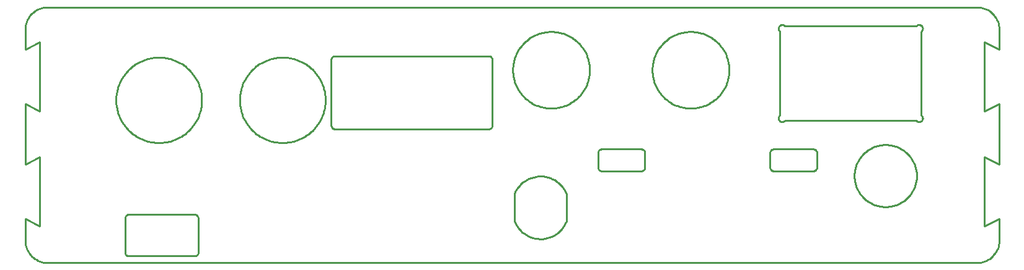
<source format=gbr>
G04 EAGLE Gerber RS-274X export*
G75*
%MOMM*%
%FSLAX34Y34*%
%LPD*%
%IN*%
%IPPOS*%
%AMOC8*
5,1,8,0,0,1.08239X$1,22.5*%
G01*
%ADD10C,0.254000*%


D10*
X0Y30000D02*
X114Y27385D01*
X456Y24791D01*
X1022Y22235D01*
X1809Y19739D01*
X2811Y17321D01*
X4019Y15000D01*
X5425Y12793D01*
X7019Y10716D01*
X8787Y8787D01*
X10716Y7019D01*
X12793Y5425D01*
X15000Y4019D01*
X17321Y2811D01*
X19739Y1809D01*
X22235Y1022D01*
X24791Y456D01*
X27385Y114D01*
X30000Y0D01*
X1300000Y0D01*
X1302615Y114D01*
X1305209Y456D01*
X1307765Y1022D01*
X1310261Y1809D01*
X1312679Y2811D01*
X1315000Y4019D01*
X1317207Y5425D01*
X1319284Y7019D01*
X1321213Y8787D01*
X1322981Y10716D01*
X1324575Y12793D01*
X1325981Y15000D01*
X1327189Y17321D01*
X1328191Y19739D01*
X1328978Y22235D01*
X1329544Y24791D01*
X1329886Y27385D01*
X1330000Y30000D01*
X1330000Y60000D01*
X1310000Y50000D01*
X1310000Y145000D01*
X1330000Y135000D01*
X1330000Y217500D01*
X1310000Y207500D01*
X1310000Y302500D01*
X1330000Y292500D01*
X1330000Y320000D01*
X1329886Y322615D01*
X1329544Y325209D01*
X1328978Y327765D01*
X1328191Y330261D01*
X1327189Y332679D01*
X1325981Y335000D01*
X1324575Y337207D01*
X1322981Y339284D01*
X1321213Y341213D01*
X1319284Y342981D01*
X1317207Y344575D01*
X1315000Y345981D01*
X1312679Y347189D01*
X1310261Y348191D01*
X1307765Y348978D01*
X1305209Y349544D01*
X1302615Y349886D01*
X1300000Y350000D01*
X30000Y350000D01*
X27385Y349886D01*
X24791Y349544D01*
X22235Y348978D01*
X19739Y348191D01*
X17321Y347189D01*
X15000Y345981D01*
X12793Y344575D01*
X10716Y342981D01*
X8787Y341213D01*
X7019Y339284D01*
X5425Y337207D01*
X4019Y335000D01*
X2811Y332679D01*
X1809Y330261D01*
X1022Y327765D01*
X456Y325209D01*
X114Y322615D01*
X0Y320000D01*
X0Y292500D01*
X20000Y302500D01*
X20000Y207500D01*
X0Y217500D01*
X0Y135000D01*
X20000Y145000D01*
X20000Y50000D01*
X0Y60000D01*
X0Y30000D01*
X668000Y57000D02*
X668852Y54944D01*
X670339Y51983D01*
X672079Y49163D01*
X674059Y46506D01*
X676262Y44031D01*
X678672Y41758D01*
X681272Y39704D01*
X684041Y37884D01*
X686957Y36312D01*
X690000Y35000D01*
X693145Y33959D01*
X696370Y33195D01*
X699648Y32716D01*
X702956Y32524D01*
X706268Y32621D01*
X709559Y33006D01*
X712803Y33677D01*
X715977Y34628D01*
X719056Y35852D01*
X722017Y37339D01*
X724837Y39079D01*
X727494Y41059D01*
X729969Y43262D01*
X732242Y45672D01*
X734296Y48272D01*
X736116Y51041D01*
X737688Y53957D01*
X739000Y57000D01*
X739000Y94000D01*
X738148Y96056D01*
X736661Y99017D01*
X734921Y101837D01*
X732941Y104494D01*
X730738Y106969D01*
X728328Y109242D01*
X725728Y111296D01*
X722959Y113116D01*
X720043Y114688D01*
X717000Y116000D01*
X713855Y117042D01*
X710630Y117805D01*
X707352Y118284D01*
X704044Y118476D01*
X700732Y118379D01*
X697441Y117994D01*
X694197Y117323D01*
X691023Y116372D01*
X687944Y115148D01*
X684983Y113661D01*
X682163Y111921D01*
X679506Y109941D01*
X677031Y107738D01*
X674758Y105328D01*
X672704Y102728D01*
X670884Y99959D01*
X669312Y97043D01*
X668000Y94000D01*
X668000Y57000D01*
X417800Y188200D02*
X417819Y187764D01*
X417876Y187332D01*
X417970Y186906D01*
X418102Y186490D01*
X418268Y186087D01*
X418470Y185700D01*
X418704Y185332D01*
X418970Y184986D01*
X419264Y184664D01*
X419586Y184370D01*
X419932Y184104D01*
X420300Y183870D01*
X420687Y183668D01*
X421090Y183502D01*
X421506Y183370D01*
X421932Y183276D01*
X422364Y183219D01*
X422800Y183200D01*
X632800Y183200D01*
X633236Y183219D01*
X633668Y183276D01*
X634094Y183370D01*
X634510Y183502D01*
X634913Y183668D01*
X635300Y183870D01*
X635668Y184104D01*
X636014Y184370D01*
X636336Y184664D01*
X636630Y184986D01*
X636896Y185332D01*
X637130Y185700D01*
X637332Y186087D01*
X637498Y186490D01*
X637630Y186906D01*
X637724Y187332D01*
X637781Y187764D01*
X637800Y188200D01*
X637800Y278200D01*
X637781Y278636D01*
X637724Y279068D01*
X637630Y279494D01*
X637498Y279910D01*
X637332Y280313D01*
X637130Y280700D01*
X636896Y281068D01*
X636630Y281414D01*
X636336Y281736D01*
X636014Y282030D01*
X635668Y282296D01*
X635300Y282530D01*
X634913Y282732D01*
X634510Y282898D01*
X634094Y283030D01*
X633668Y283124D01*
X633236Y283181D01*
X632800Y283200D01*
X422800Y283200D01*
X422364Y283181D01*
X421932Y283124D01*
X421506Y283030D01*
X421090Y282898D01*
X420687Y282732D01*
X420300Y282530D01*
X419932Y282296D01*
X419586Y282030D01*
X419264Y281736D01*
X418970Y281414D01*
X418704Y281068D01*
X418470Y280700D01*
X418268Y280313D01*
X418102Y279910D01*
X417970Y279494D01*
X417876Y279068D01*
X417819Y278636D01*
X417800Y278200D01*
X417800Y188200D01*
X136200Y14000D02*
X136219Y13564D01*
X136276Y13132D01*
X136370Y12706D01*
X136502Y12290D01*
X136668Y11887D01*
X136870Y11500D01*
X137104Y11132D01*
X137370Y10786D01*
X137664Y10464D01*
X137986Y10170D01*
X138332Y9904D01*
X138700Y9670D01*
X139087Y9468D01*
X139490Y9302D01*
X139906Y9170D01*
X140332Y9076D01*
X140764Y9019D01*
X141200Y9000D01*
X231200Y9000D01*
X231636Y9019D01*
X232068Y9076D01*
X232494Y9170D01*
X232910Y9302D01*
X233313Y9468D01*
X233700Y9670D01*
X234068Y9904D01*
X234414Y10170D01*
X234736Y10464D01*
X235030Y10786D01*
X235296Y11132D01*
X235530Y11500D01*
X235732Y11887D01*
X235898Y12290D01*
X236030Y12706D01*
X236124Y13132D01*
X236181Y13564D01*
X236200Y14000D01*
X236200Y61000D01*
X236181Y61436D01*
X236124Y61868D01*
X236030Y62294D01*
X235898Y62710D01*
X235732Y63113D01*
X235530Y63500D01*
X235296Y63868D01*
X235030Y64214D01*
X234736Y64536D01*
X234414Y64830D01*
X234068Y65096D01*
X233700Y65330D01*
X233313Y65532D01*
X232910Y65698D01*
X232494Y65830D01*
X232068Y65924D01*
X231636Y65981D01*
X231200Y66000D01*
X141200Y66000D01*
X140764Y65981D01*
X140332Y65924D01*
X139906Y65830D01*
X139490Y65698D01*
X139087Y65532D01*
X138700Y65330D01*
X138332Y65096D01*
X137986Y64830D01*
X137664Y64536D01*
X137370Y64214D01*
X137104Y63868D01*
X136870Y63500D01*
X136668Y63113D01*
X136502Y62710D01*
X136370Y62294D01*
X136276Y61868D01*
X136219Y61436D01*
X136200Y61000D01*
X136200Y14000D01*
X1017200Y130600D02*
X1017219Y130164D01*
X1017276Y129732D01*
X1017370Y129306D01*
X1017502Y128890D01*
X1017668Y128487D01*
X1017870Y128100D01*
X1018104Y127732D01*
X1018370Y127386D01*
X1018664Y127064D01*
X1018986Y126770D01*
X1019332Y126504D01*
X1019700Y126270D01*
X1020087Y126068D01*
X1020490Y125902D01*
X1020906Y125770D01*
X1021332Y125676D01*
X1021764Y125619D01*
X1022200Y125600D01*
X1076200Y125600D01*
X1076636Y125619D01*
X1077068Y125676D01*
X1077494Y125770D01*
X1077910Y125902D01*
X1078313Y126068D01*
X1078700Y126270D01*
X1079068Y126504D01*
X1079414Y126770D01*
X1079736Y127064D01*
X1080030Y127386D01*
X1080296Y127732D01*
X1080530Y128100D01*
X1080732Y128487D01*
X1080898Y128890D01*
X1081030Y129306D01*
X1081124Y129732D01*
X1081181Y130164D01*
X1081200Y130600D01*
X1081200Y150600D01*
X1081181Y151036D01*
X1081124Y151468D01*
X1081030Y151894D01*
X1080898Y152310D01*
X1080732Y152713D01*
X1080530Y153100D01*
X1080296Y153468D01*
X1080030Y153814D01*
X1079736Y154136D01*
X1079414Y154430D01*
X1079068Y154696D01*
X1078700Y154930D01*
X1078313Y155132D01*
X1077910Y155298D01*
X1077494Y155430D01*
X1077068Y155524D01*
X1076636Y155581D01*
X1076200Y155600D01*
X1022200Y155600D01*
X1021764Y155581D01*
X1021332Y155524D01*
X1020906Y155430D01*
X1020490Y155298D01*
X1020087Y155132D01*
X1019700Y154930D01*
X1019332Y154696D01*
X1018986Y154430D01*
X1018664Y154136D01*
X1018370Y153814D01*
X1018104Y153468D01*
X1017870Y153100D01*
X1017668Y152713D01*
X1017502Y152310D01*
X1017370Y151894D01*
X1017276Y151468D01*
X1017219Y151036D01*
X1017200Y150600D01*
X1017200Y130600D01*
X782250Y130600D02*
X782269Y130164D01*
X782326Y129732D01*
X782420Y129306D01*
X782552Y128890D01*
X782718Y128487D01*
X782920Y128100D01*
X783154Y127732D01*
X783420Y127386D01*
X783714Y127064D01*
X784036Y126770D01*
X784382Y126504D01*
X784750Y126270D01*
X785137Y126068D01*
X785540Y125902D01*
X785956Y125770D01*
X786382Y125676D01*
X786814Y125619D01*
X787250Y125600D01*
X841250Y125600D01*
X841686Y125619D01*
X842118Y125676D01*
X842544Y125770D01*
X842960Y125902D01*
X843363Y126068D01*
X843750Y126270D01*
X844118Y126504D01*
X844464Y126770D01*
X844786Y127064D01*
X845080Y127386D01*
X845346Y127732D01*
X845580Y128100D01*
X845782Y128487D01*
X845948Y128890D01*
X846080Y129306D01*
X846174Y129732D01*
X846231Y130164D01*
X846250Y130600D01*
X846250Y150600D01*
X846231Y151036D01*
X846174Y151468D01*
X846080Y151894D01*
X845948Y152310D01*
X845782Y152713D01*
X845580Y153100D01*
X845346Y153468D01*
X845080Y153814D01*
X844786Y154136D01*
X844464Y154430D01*
X844118Y154696D01*
X843750Y154930D01*
X843363Y155132D01*
X842960Y155298D01*
X842544Y155430D01*
X842118Y155524D01*
X841686Y155581D01*
X841250Y155600D01*
X787250Y155600D01*
X786814Y155581D01*
X786382Y155524D01*
X785956Y155430D01*
X785540Y155298D01*
X785137Y155132D01*
X784750Y154930D01*
X784382Y154696D01*
X784036Y154430D01*
X783714Y154136D01*
X783420Y153814D01*
X783154Y153468D01*
X782920Y153100D01*
X782718Y152713D01*
X782552Y152310D01*
X782420Y151894D01*
X782326Y151468D01*
X782269Y151036D01*
X782250Y150600D01*
X782250Y130600D01*
X1030700Y202000D02*
X1030363Y201723D01*
X1030051Y201418D01*
X1029767Y201087D01*
X1029513Y200733D01*
X1029291Y200357D01*
X1029102Y199964D01*
X1028948Y199556D01*
X1028831Y199136D01*
X1028750Y198707D01*
X1028707Y198273D01*
X1028703Y197837D01*
X1028736Y197402D01*
X1028807Y196972D01*
X1028915Y196549D01*
X1029060Y196138D01*
X1029240Y195740D01*
X1029454Y195360D01*
X1029700Y195000D01*
X1029977Y194663D01*
X1030282Y194351D01*
X1030613Y194067D01*
X1030967Y193813D01*
X1031343Y193591D01*
X1031736Y193402D01*
X1032144Y193248D01*
X1032564Y193131D01*
X1032993Y193050D01*
X1033427Y193007D01*
X1033863Y193003D01*
X1034298Y193036D01*
X1034728Y193107D01*
X1035151Y193215D01*
X1035562Y193360D01*
X1035960Y193540D01*
X1036340Y193754D01*
X1036700Y194000D01*
X1037037Y194277D01*
X1037349Y194582D01*
X1037633Y194913D01*
X1037700Y195000D01*
X1216700Y195000D01*
X1216977Y194663D01*
X1217282Y194351D01*
X1217613Y194067D01*
X1217967Y193813D01*
X1218343Y193591D01*
X1218736Y193402D01*
X1219144Y193248D01*
X1219564Y193131D01*
X1219993Y193050D01*
X1220427Y193007D01*
X1220863Y193003D01*
X1221298Y193036D01*
X1221728Y193107D01*
X1222151Y193215D01*
X1222562Y193360D01*
X1222960Y193540D01*
X1223340Y193754D01*
X1223700Y194000D01*
X1224037Y194277D01*
X1224349Y194582D01*
X1224633Y194913D01*
X1224887Y195267D01*
X1225109Y195643D01*
X1225298Y196036D01*
X1225452Y196444D01*
X1225569Y196864D01*
X1225650Y197293D01*
X1225693Y197727D01*
X1225697Y198163D01*
X1225664Y198598D01*
X1225593Y199028D01*
X1225485Y199451D01*
X1225340Y199862D01*
X1225160Y200260D01*
X1224946Y200640D01*
X1224700Y201000D01*
X1224423Y201337D01*
X1224118Y201649D01*
X1223787Y201933D01*
X1223700Y202000D01*
X1223700Y317000D01*
X1224037Y317277D01*
X1224349Y317582D01*
X1224633Y317913D01*
X1224887Y318267D01*
X1225109Y318643D01*
X1225298Y319036D01*
X1225452Y319444D01*
X1225569Y319864D01*
X1225650Y320293D01*
X1225693Y320727D01*
X1225697Y321163D01*
X1225664Y321598D01*
X1225593Y322028D01*
X1225485Y322451D01*
X1225340Y322863D01*
X1225160Y323260D01*
X1224946Y323640D01*
X1224700Y324000D01*
X1224423Y324337D01*
X1224118Y324649D01*
X1223787Y324933D01*
X1223433Y325187D01*
X1223057Y325409D01*
X1222664Y325598D01*
X1222256Y325752D01*
X1221836Y325869D01*
X1221407Y325950D01*
X1220973Y325993D01*
X1220537Y325997D01*
X1220102Y325964D01*
X1219672Y325893D01*
X1219249Y325785D01*
X1218838Y325640D01*
X1218440Y325460D01*
X1218060Y325246D01*
X1217700Y325000D01*
X1217363Y324723D01*
X1217051Y324418D01*
X1216767Y324087D01*
X1216700Y324000D01*
X1037700Y324000D01*
X1037423Y324337D01*
X1037118Y324649D01*
X1036787Y324933D01*
X1036433Y325187D01*
X1036057Y325409D01*
X1035664Y325598D01*
X1035256Y325752D01*
X1034836Y325869D01*
X1034407Y325950D01*
X1033973Y325993D01*
X1033537Y325997D01*
X1033102Y325964D01*
X1032672Y325893D01*
X1032249Y325785D01*
X1031837Y325640D01*
X1031440Y325460D01*
X1031060Y325246D01*
X1030700Y325000D01*
X1030363Y324723D01*
X1030051Y324418D01*
X1029767Y324087D01*
X1029513Y323733D01*
X1029291Y323357D01*
X1029102Y322964D01*
X1028948Y322556D01*
X1028831Y322136D01*
X1028750Y321707D01*
X1028707Y321273D01*
X1028703Y320837D01*
X1028736Y320402D01*
X1028807Y319972D01*
X1028915Y319549D01*
X1029060Y319138D01*
X1029240Y318740D01*
X1029454Y318360D01*
X1029700Y318000D01*
X1029977Y317663D01*
X1030282Y317351D01*
X1030613Y317067D01*
X1030700Y317000D01*
X1030700Y202000D01*
X240900Y221756D02*
X240825Y219668D01*
X240676Y217585D01*
X240453Y215508D01*
X240156Y213441D01*
X239785Y211385D01*
X239341Y209344D01*
X238825Y207321D01*
X238236Y205317D01*
X237577Y203335D01*
X236847Y201378D01*
X236047Y199448D01*
X235180Y197548D01*
X234245Y195681D01*
X233244Y193847D01*
X232178Y192051D01*
X231049Y190294D01*
X229858Y188578D01*
X228606Y186906D01*
X227295Y185280D01*
X225927Y183701D01*
X224504Y182173D01*
X223027Y180696D01*
X221499Y179273D01*
X219920Y177905D01*
X218294Y176594D01*
X216622Y175343D01*
X214906Y174151D01*
X213149Y173022D01*
X211353Y171956D01*
X209519Y170955D01*
X207652Y170020D01*
X205752Y169153D01*
X203822Y168353D01*
X201865Y167623D01*
X199883Y166964D01*
X197879Y166375D01*
X195856Y165859D01*
X193815Y165415D01*
X191759Y165044D01*
X189692Y164747D01*
X187615Y164524D01*
X185532Y164375D01*
X183444Y164300D01*
X181356Y164300D01*
X179268Y164375D01*
X177185Y164524D01*
X175108Y164747D01*
X173041Y165044D01*
X170985Y165415D01*
X168944Y165859D01*
X166921Y166375D01*
X164917Y166964D01*
X162935Y167623D01*
X160978Y168353D01*
X159048Y169153D01*
X157148Y170020D01*
X155281Y170955D01*
X153447Y171956D01*
X151651Y173022D01*
X149894Y174151D01*
X148178Y175343D01*
X146506Y176594D01*
X144880Y177905D01*
X143301Y179273D01*
X141773Y180696D01*
X140296Y182173D01*
X138873Y183701D01*
X137505Y185280D01*
X136194Y186906D01*
X134943Y188578D01*
X133751Y190294D01*
X132622Y192051D01*
X131556Y193847D01*
X130555Y195681D01*
X129620Y197548D01*
X128753Y199448D01*
X127953Y201378D01*
X127223Y203335D01*
X126564Y205317D01*
X125975Y207321D01*
X125459Y209344D01*
X125015Y211385D01*
X124644Y213441D01*
X124347Y215508D01*
X124124Y217585D01*
X123975Y219668D01*
X123900Y221756D01*
X123900Y223844D01*
X123975Y225932D01*
X124124Y228015D01*
X124347Y230092D01*
X124644Y232159D01*
X125015Y234215D01*
X125459Y236256D01*
X125975Y238279D01*
X126564Y240283D01*
X127223Y242265D01*
X127953Y244222D01*
X128753Y246152D01*
X129620Y248052D01*
X130555Y249919D01*
X131556Y251753D01*
X132622Y253549D01*
X133751Y255306D01*
X134943Y257022D01*
X136194Y258694D01*
X137505Y260320D01*
X138873Y261899D01*
X140296Y263427D01*
X141773Y264904D01*
X143301Y266327D01*
X144880Y267695D01*
X146506Y269006D01*
X148178Y270258D01*
X149894Y271449D01*
X151651Y272578D01*
X153447Y273644D01*
X155281Y274645D01*
X157148Y275580D01*
X159048Y276447D01*
X160978Y277247D01*
X162935Y277977D01*
X164917Y278636D01*
X166921Y279225D01*
X168944Y279741D01*
X170985Y280185D01*
X173041Y280556D01*
X175108Y280853D01*
X177185Y281076D01*
X179268Y281225D01*
X181356Y281300D01*
X183444Y281300D01*
X185532Y281225D01*
X187615Y281076D01*
X189692Y280853D01*
X191759Y280556D01*
X193815Y280185D01*
X195856Y279741D01*
X197879Y279225D01*
X199883Y278636D01*
X201865Y277977D01*
X203822Y277247D01*
X205752Y276447D01*
X207652Y275580D01*
X209519Y274645D01*
X211353Y273644D01*
X213149Y272578D01*
X214906Y271449D01*
X216622Y270258D01*
X218294Y269006D01*
X219920Y267695D01*
X221499Y266327D01*
X223027Y264904D01*
X224504Y263427D01*
X225927Y261899D01*
X227295Y260320D01*
X228606Y258694D01*
X229858Y257022D01*
X231049Y255306D01*
X232178Y253549D01*
X233244Y251753D01*
X234245Y249919D01*
X235180Y248052D01*
X236047Y246152D01*
X236847Y244222D01*
X237577Y242265D01*
X238236Y240283D01*
X238825Y238279D01*
X239341Y236256D01*
X239785Y234215D01*
X240156Y232159D01*
X240453Y230092D01*
X240676Y228015D01*
X240825Y225932D01*
X240900Y223844D01*
X240900Y221756D01*
X409810Y221756D02*
X409735Y219668D01*
X409586Y217585D01*
X409363Y215508D01*
X409066Y213441D01*
X408695Y211385D01*
X408251Y209344D01*
X407735Y207321D01*
X407146Y205317D01*
X406487Y203335D01*
X405757Y201378D01*
X404957Y199448D01*
X404090Y197548D01*
X403155Y195681D01*
X402154Y193847D01*
X401088Y192051D01*
X399959Y190294D01*
X398768Y188578D01*
X397516Y186906D01*
X396205Y185280D01*
X394837Y183701D01*
X393414Y182173D01*
X391937Y180696D01*
X390409Y179273D01*
X388830Y177905D01*
X387204Y176594D01*
X385532Y175343D01*
X383816Y174151D01*
X382059Y173022D01*
X380263Y171956D01*
X378429Y170955D01*
X376562Y170020D01*
X374662Y169153D01*
X372732Y168353D01*
X370775Y167623D01*
X368793Y166964D01*
X366789Y166375D01*
X364766Y165859D01*
X362725Y165415D01*
X360669Y165044D01*
X358602Y164747D01*
X356525Y164524D01*
X354442Y164375D01*
X352354Y164300D01*
X350266Y164300D01*
X348178Y164375D01*
X346095Y164524D01*
X344018Y164747D01*
X341951Y165044D01*
X339895Y165415D01*
X337854Y165859D01*
X335831Y166375D01*
X333827Y166964D01*
X331845Y167623D01*
X329888Y168353D01*
X327958Y169153D01*
X326058Y170020D01*
X324191Y170955D01*
X322357Y171956D01*
X320561Y173022D01*
X318804Y174151D01*
X317088Y175343D01*
X315416Y176594D01*
X313790Y177905D01*
X312211Y179273D01*
X310683Y180696D01*
X309206Y182173D01*
X307783Y183701D01*
X306415Y185280D01*
X305104Y186906D01*
X303853Y188578D01*
X302661Y190294D01*
X301532Y192051D01*
X300466Y193847D01*
X299465Y195681D01*
X298530Y197548D01*
X297663Y199448D01*
X296863Y201378D01*
X296133Y203335D01*
X295474Y205317D01*
X294885Y207321D01*
X294369Y209344D01*
X293925Y211385D01*
X293554Y213441D01*
X293257Y215508D01*
X293034Y217585D01*
X292885Y219668D01*
X292810Y221756D01*
X292810Y223844D01*
X292885Y225932D01*
X293034Y228015D01*
X293257Y230092D01*
X293554Y232159D01*
X293925Y234215D01*
X294369Y236256D01*
X294885Y238279D01*
X295474Y240283D01*
X296133Y242265D01*
X296863Y244222D01*
X297663Y246152D01*
X298530Y248052D01*
X299465Y249919D01*
X300466Y251753D01*
X301532Y253549D01*
X302661Y255306D01*
X303853Y257022D01*
X305104Y258694D01*
X306415Y260320D01*
X307783Y261899D01*
X309206Y263427D01*
X310683Y264904D01*
X312211Y266327D01*
X313790Y267695D01*
X315416Y269006D01*
X317088Y270258D01*
X318804Y271449D01*
X320561Y272578D01*
X322357Y273644D01*
X324191Y274645D01*
X326058Y275580D01*
X327958Y276447D01*
X329888Y277247D01*
X331845Y277977D01*
X333827Y278636D01*
X335831Y279225D01*
X337854Y279741D01*
X339895Y280185D01*
X341951Y280556D01*
X344018Y280853D01*
X346095Y281076D01*
X348178Y281225D01*
X350266Y281300D01*
X352354Y281300D01*
X354442Y281225D01*
X356525Y281076D01*
X358602Y280853D01*
X360669Y280556D01*
X362725Y280185D01*
X364766Y279741D01*
X366789Y279225D01*
X368793Y278636D01*
X370775Y277977D01*
X372732Y277247D01*
X374662Y276447D01*
X376562Y275580D01*
X378429Y274645D01*
X380263Y273644D01*
X382059Y272578D01*
X383816Y271449D01*
X385532Y270258D01*
X387204Y269006D01*
X388830Y267695D01*
X390409Y266327D01*
X391937Y264904D01*
X393414Y263427D01*
X394837Y261899D01*
X396205Y260320D01*
X397516Y258694D01*
X398768Y257022D01*
X399959Y255306D01*
X401088Y253549D01*
X402154Y251753D01*
X403155Y249919D01*
X404090Y248052D01*
X404957Y246152D01*
X405757Y244222D01*
X406487Y242265D01*
X407146Y240283D01*
X407735Y238279D01*
X408251Y236256D01*
X408695Y234215D01*
X409066Y232159D01*
X409363Y230092D01*
X409586Y228015D01*
X409735Y225932D01*
X409810Y223844D01*
X409810Y221756D01*
X770840Y263018D02*
X770767Y261056D01*
X770620Y259098D01*
X770400Y257146D01*
X770107Y255204D01*
X769742Y253275D01*
X769305Y251360D01*
X768797Y249464D01*
X768218Y247587D01*
X767570Y245734D01*
X766852Y243906D01*
X766067Y242106D01*
X765215Y240336D01*
X764297Y238600D01*
X763315Y236900D01*
X762271Y235237D01*
X761164Y233614D01*
X759998Y232034D01*
X758774Y230499D01*
X757493Y229011D01*
X756157Y227571D01*
X754769Y226183D01*
X753329Y224847D01*
X751841Y223566D01*
X750306Y222342D01*
X748726Y221176D01*
X747103Y220069D01*
X745440Y219025D01*
X743740Y218043D01*
X742004Y217125D01*
X740234Y216273D01*
X738434Y215488D01*
X736606Y214770D01*
X734753Y214122D01*
X732876Y213543D01*
X730980Y213035D01*
X729065Y212598D01*
X727136Y212233D01*
X725194Y211940D01*
X723242Y211720D01*
X721284Y211573D01*
X719322Y211500D01*
X717358Y211500D01*
X715396Y211573D01*
X713438Y211720D01*
X711486Y211940D01*
X709544Y212233D01*
X707615Y212598D01*
X705700Y213035D01*
X703804Y213543D01*
X701927Y214122D01*
X700074Y214770D01*
X698246Y215488D01*
X696446Y216273D01*
X694676Y217125D01*
X692940Y218043D01*
X691240Y219025D01*
X689577Y220069D01*
X687954Y221176D01*
X686374Y222342D01*
X684839Y223566D01*
X683351Y224847D01*
X681911Y226183D01*
X680523Y227571D01*
X679187Y229011D01*
X677906Y230499D01*
X676682Y232034D01*
X675516Y233614D01*
X674409Y235237D01*
X673365Y236900D01*
X672383Y238600D01*
X671465Y240336D01*
X670613Y242106D01*
X669828Y243906D01*
X669110Y245734D01*
X668462Y247587D01*
X667883Y249464D01*
X667375Y251360D01*
X666938Y253275D01*
X666573Y255204D01*
X666280Y257146D01*
X666060Y259098D01*
X665913Y261056D01*
X665840Y263018D01*
X665840Y264982D01*
X665913Y266944D01*
X666060Y268902D01*
X666280Y270854D01*
X666573Y272796D01*
X666938Y274725D01*
X667375Y276640D01*
X667883Y278536D01*
X668462Y280413D01*
X669110Y282266D01*
X669828Y284094D01*
X670613Y285894D01*
X671465Y287664D01*
X672383Y289400D01*
X673365Y291100D01*
X674409Y292763D01*
X675516Y294386D01*
X676682Y295966D01*
X677906Y297501D01*
X679187Y298989D01*
X680523Y300429D01*
X681911Y301817D01*
X683351Y303153D01*
X684839Y304434D01*
X686374Y305658D01*
X687954Y306824D01*
X689577Y307931D01*
X691240Y308975D01*
X692940Y309957D01*
X694676Y310875D01*
X696446Y311727D01*
X698246Y312512D01*
X700074Y313230D01*
X701927Y313878D01*
X703804Y314457D01*
X705700Y314965D01*
X707615Y315402D01*
X709544Y315767D01*
X711486Y316060D01*
X713438Y316280D01*
X715396Y316427D01*
X717358Y316500D01*
X719322Y316500D01*
X721284Y316427D01*
X723242Y316280D01*
X725194Y316060D01*
X727136Y315767D01*
X729065Y315402D01*
X730980Y314965D01*
X732876Y314457D01*
X734753Y313878D01*
X736606Y313230D01*
X738434Y312512D01*
X740234Y311727D01*
X742004Y310875D01*
X743740Y309957D01*
X745440Y308975D01*
X747103Y307931D01*
X748726Y306824D01*
X750306Y305658D01*
X751841Y304434D01*
X753329Y303153D01*
X754769Y301817D01*
X756157Y300429D01*
X757493Y298989D01*
X758774Y297501D01*
X759998Y295966D01*
X761164Y294386D01*
X762271Y292763D01*
X763315Y291100D01*
X764297Y289400D01*
X765215Y287664D01*
X766067Y285894D01*
X766852Y284094D01*
X767570Y282266D01*
X768218Y280413D01*
X768797Y278536D01*
X769305Y276640D01*
X769742Y274725D01*
X770107Y272796D01*
X770400Y270854D01*
X770620Y268902D01*
X770767Y266944D01*
X770840Y264982D01*
X770840Y263018D01*
X961340Y263018D02*
X961267Y261056D01*
X961120Y259098D01*
X960900Y257146D01*
X960607Y255204D01*
X960242Y253275D01*
X959805Y251360D01*
X959297Y249464D01*
X958718Y247587D01*
X958070Y245734D01*
X957352Y243906D01*
X956567Y242106D01*
X955715Y240336D01*
X954797Y238600D01*
X953815Y236900D01*
X952771Y235237D01*
X951664Y233614D01*
X950498Y232034D01*
X949274Y230499D01*
X947993Y229011D01*
X946657Y227571D01*
X945269Y226183D01*
X943829Y224847D01*
X942341Y223566D01*
X940806Y222342D01*
X939226Y221176D01*
X937603Y220069D01*
X935940Y219025D01*
X934240Y218043D01*
X932504Y217125D01*
X930734Y216273D01*
X928934Y215488D01*
X927106Y214770D01*
X925253Y214122D01*
X923376Y213543D01*
X921480Y213035D01*
X919565Y212598D01*
X917636Y212233D01*
X915694Y211940D01*
X913742Y211720D01*
X911784Y211573D01*
X909822Y211500D01*
X907858Y211500D01*
X905896Y211573D01*
X903938Y211720D01*
X901986Y211940D01*
X900044Y212233D01*
X898115Y212598D01*
X896200Y213035D01*
X894304Y213543D01*
X892427Y214122D01*
X890574Y214770D01*
X888746Y215488D01*
X886946Y216273D01*
X885176Y217125D01*
X883440Y218043D01*
X881740Y219025D01*
X880077Y220069D01*
X878454Y221176D01*
X876874Y222342D01*
X875339Y223566D01*
X873851Y224847D01*
X872411Y226183D01*
X871023Y227571D01*
X869687Y229011D01*
X868406Y230499D01*
X867182Y232034D01*
X866016Y233614D01*
X864909Y235237D01*
X863865Y236900D01*
X862883Y238600D01*
X861965Y240336D01*
X861113Y242106D01*
X860328Y243906D01*
X859610Y245734D01*
X858962Y247587D01*
X858383Y249464D01*
X857875Y251360D01*
X857438Y253275D01*
X857073Y255204D01*
X856780Y257146D01*
X856560Y259098D01*
X856413Y261056D01*
X856340Y263018D01*
X856340Y264982D01*
X856413Y266944D01*
X856560Y268902D01*
X856780Y270854D01*
X857073Y272796D01*
X857438Y274725D01*
X857875Y276640D01*
X858383Y278536D01*
X858962Y280413D01*
X859610Y282266D01*
X860328Y284094D01*
X861113Y285894D01*
X861965Y287664D01*
X862883Y289400D01*
X863865Y291100D01*
X864909Y292763D01*
X866016Y294386D01*
X867182Y295966D01*
X868406Y297501D01*
X869687Y298989D01*
X871023Y300429D01*
X872411Y301817D01*
X873851Y303153D01*
X875339Y304434D01*
X876874Y305658D01*
X878454Y306824D01*
X880077Y307931D01*
X881740Y308975D01*
X883440Y309957D01*
X885176Y310875D01*
X886946Y311727D01*
X888746Y312512D01*
X890574Y313230D01*
X892427Y313878D01*
X894304Y314457D01*
X896200Y314965D01*
X898115Y315402D01*
X900044Y315767D01*
X901986Y316060D01*
X903938Y316280D01*
X905896Y316427D01*
X907858Y316500D01*
X909822Y316500D01*
X911784Y316427D01*
X913742Y316280D01*
X915694Y316060D01*
X917636Y315767D01*
X919565Y315402D01*
X921480Y314965D01*
X923376Y314457D01*
X925253Y313878D01*
X927106Y313230D01*
X928934Y312512D01*
X930734Y311727D01*
X932504Y310875D01*
X934240Y309957D01*
X935940Y308975D01*
X937603Y307931D01*
X939226Y306824D01*
X940806Y305658D01*
X942341Y304434D01*
X943829Y303153D01*
X945269Y301817D01*
X946657Y300429D01*
X947993Y298989D01*
X949274Y297501D01*
X950498Y295966D01*
X951664Y294386D01*
X952771Y292763D01*
X953815Y291100D01*
X954797Y289400D01*
X955715Y287664D01*
X956567Y285894D01*
X957352Y284094D01*
X958070Y282266D01*
X958718Y280413D01*
X959297Y278536D01*
X959805Y276640D01*
X960242Y274725D01*
X960607Y272796D01*
X960900Y270854D01*
X961120Y268902D01*
X961267Y266944D01*
X961340Y264982D01*
X961340Y263018D01*
X1217440Y118121D02*
X1217367Y116366D01*
X1217222Y114615D01*
X1217005Y112871D01*
X1216716Y111138D01*
X1216355Y109419D01*
X1215924Y107715D01*
X1215423Y106031D01*
X1214852Y104369D01*
X1214213Y102732D01*
X1213507Y101123D01*
X1212736Y99545D01*
X1211900Y98000D01*
X1211000Y96490D01*
X1210039Y95019D01*
X1209018Y93589D01*
X1207939Y92203D01*
X1206803Y90862D01*
X1205613Y89569D01*
X1204371Y88327D01*
X1203078Y87137D01*
X1201737Y86001D01*
X1200351Y84922D01*
X1198921Y83901D01*
X1197450Y82940D01*
X1195940Y82041D01*
X1194395Y81204D01*
X1192817Y80433D01*
X1191208Y79727D01*
X1189571Y79088D01*
X1187909Y78518D01*
X1186225Y78016D01*
X1184522Y77585D01*
X1182802Y77224D01*
X1181069Y76935D01*
X1179325Y76718D01*
X1177574Y76573D01*
X1175819Y76500D01*
X1174061Y76500D01*
X1172306Y76573D01*
X1170555Y76718D01*
X1168811Y76935D01*
X1167078Y77224D01*
X1165359Y77585D01*
X1163655Y78016D01*
X1161971Y78518D01*
X1160309Y79088D01*
X1158672Y79727D01*
X1157063Y80433D01*
X1155485Y81204D01*
X1153940Y82041D01*
X1152430Y82940D01*
X1150959Y83901D01*
X1149529Y84922D01*
X1148143Y86001D01*
X1146802Y87137D01*
X1145509Y88327D01*
X1144267Y89569D01*
X1143077Y90862D01*
X1141941Y92203D01*
X1140862Y93589D01*
X1139841Y95019D01*
X1138880Y96490D01*
X1137981Y98000D01*
X1137144Y99545D01*
X1136373Y101123D01*
X1135667Y102732D01*
X1135028Y104369D01*
X1134458Y106031D01*
X1133956Y107715D01*
X1133525Y109419D01*
X1133164Y111138D01*
X1132875Y112871D01*
X1132658Y114615D01*
X1132513Y116366D01*
X1132440Y118121D01*
X1132440Y119879D01*
X1132513Y121634D01*
X1132658Y123385D01*
X1132875Y125129D01*
X1133164Y126862D01*
X1133525Y128582D01*
X1133956Y130285D01*
X1134458Y131969D01*
X1135028Y133631D01*
X1135667Y135268D01*
X1136373Y136877D01*
X1137144Y138455D01*
X1137981Y140000D01*
X1138880Y141510D01*
X1139841Y142981D01*
X1140862Y144411D01*
X1141941Y145797D01*
X1143077Y147138D01*
X1144267Y148431D01*
X1145509Y149673D01*
X1146802Y150863D01*
X1148143Y151999D01*
X1149529Y153078D01*
X1150959Y154099D01*
X1152430Y155060D01*
X1153940Y155960D01*
X1155485Y156796D01*
X1157063Y157567D01*
X1158672Y158273D01*
X1160309Y158912D01*
X1161971Y159483D01*
X1163655Y159984D01*
X1165359Y160415D01*
X1167078Y160776D01*
X1168811Y161065D01*
X1170555Y161282D01*
X1172306Y161427D01*
X1174061Y161500D01*
X1175819Y161500D01*
X1177574Y161427D01*
X1179325Y161282D01*
X1181069Y161065D01*
X1182802Y160776D01*
X1184522Y160415D01*
X1186225Y159984D01*
X1187909Y159483D01*
X1189571Y158912D01*
X1191208Y158273D01*
X1192817Y157567D01*
X1194395Y156796D01*
X1195940Y155960D01*
X1197450Y155060D01*
X1198921Y154099D01*
X1200351Y153078D01*
X1201737Y151999D01*
X1203078Y150863D01*
X1204371Y149673D01*
X1205613Y148431D01*
X1206803Y147138D01*
X1207939Y145797D01*
X1209018Y144411D01*
X1210039Y142981D01*
X1211000Y141510D01*
X1211900Y140000D01*
X1212736Y138455D01*
X1213507Y136877D01*
X1214213Y135268D01*
X1214852Y133631D01*
X1215423Y131969D01*
X1215924Y130285D01*
X1216355Y128582D01*
X1216716Y126862D01*
X1217005Y125129D01*
X1217222Y123385D01*
X1217367Y121634D01*
X1217440Y119879D01*
X1217440Y118121D01*
M02*

</source>
